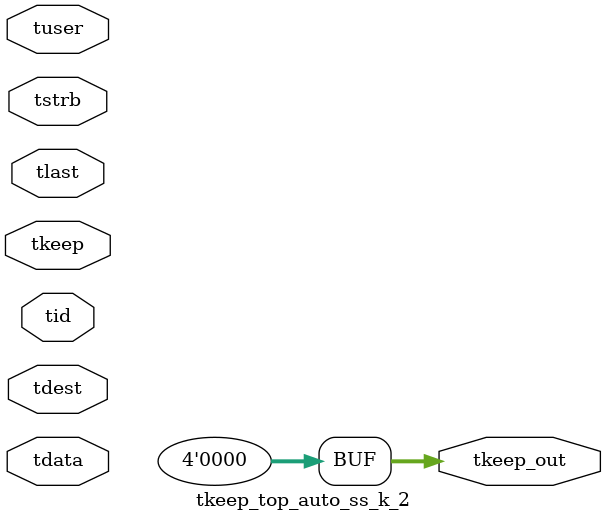
<source format=v>


`timescale 1ps/1ps

module tkeep_top_auto_ss_k_2 #
(
parameter C_S_AXIS_TDATA_WIDTH = 32,
parameter C_S_AXIS_TUSER_WIDTH = 0,
parameter C_S_AXIS_TID_WIDTH   = 0,
parameter C_S_AXIS_TDEST_WIDTH = 0,
parameter C_M_AXIS_TDATA_WIDTH = 32
)
(
input  [(C_S_AXIS_TDATA_WIDTH == 0 ? 1 : C_S_AXIS_TDATA_WIDTH)-1:0     ] tdata,
input  [(C_S_AXIS_TUSER_WIDTH == 0 ? 1 : C_S_AXIS_TUSER_WIDTH)-1:0     ] tuser,
input  [(C_S_AXIS_TID_WIDTH   == 0 ? 1 : C_S_AXIS_TID_WIDTH)-1:0       ] tid,
input  [(C_S_AXIS_TDEST_WIDTH == 0 ? 1 : C_S_AXIS_TDEST_WIDTH)-1:0     ] tdest,
input  [(C_S_AXIS_TDATA_WIDTH/8)-1:0 ] tkeep,
input  [(C_S_AXIS_TDATA_WIDTH/8)-1:0 ] tstrb,
input                                                                    tlast,
output [(C_M_AXIS_TDATA_WIDTH/8)-1:0 ] tkeep_out
);

assign tkeep_out = {1'b0};

endmodule


</source>
